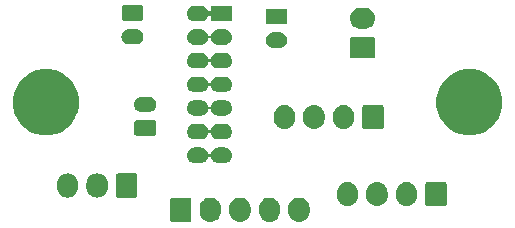
<source format=gts>
G04 #@! TF.GenerationSoftware,KiCad,Pcbnew,(5.1.2)-1*
G04 #@! TF.CreationDate,2020-09-10T07:29:52+09:00*
G04 #@! TF.ProjectId,Ai3MS_connector_board,4169334d-535f-4636-9f6e-6e6563746f72,rev?*
G04 #@! TF.SameCoordinates,PX7efb530PY7b459e0*
G04 #@! TF.FileFunction,Soldermask,Top*
G04 #@! TF.FilePolarity,Negative*
%FSLAX46Y46*%
G04 Gerber Fmt 4.6, Leading zero omitted, Abs format (unit mm)*
G04 Created by KiCad (PCBNEW (5.1.2)-1) date 2020-09-10 07:29:52*
%MOMM*%
%LPD*%
G04 APERTURE LIST*
%ADD10C,0.100000*%
G04 APERTURE END LIST*
D10*
G36*
X19726626Y3882963D02*
G01*
X19896465Y3831443D01*
X19896467Y3831442D01*
X20052989Y3747779D01*
X20190186Y3635186D01*
X20242032Y3572010D01*
X20302778Y3497991D01*
X20302779Y3497989D01*
X20361944Y3387301D01*
X20386443Y3341466D01*
X20437963Y3171627D01*
X20451000Y3039258D01*
X20451000Y2700743D01*
X20437963Y2568374D01*
X20386443Y2398534D01*
X20302778Y2242009D01*
X20273448Y2206271D01*
X20190186Y2104814D01*
X20095250Y2026903D01*
X20052991Y1992222D01*
X19896466Y1908557D01*
X19726627Y1857037D01*
X19550000Y1839641D01*
X19373374Y1857037D01*
X19203535Y1908557D01*
X19047010Y1992222D01*
X18909815Y2104815D01*
X18797222Y2242009D01*
X18713557Y2398534D01*
X18662037Y2568373D01*
X18649000Y2700742D01*
X18649000Y3039257D01*
X18662037Y3171626D01*
X18713557Y3341465D01*
X18797222Y3497990D01*
X18797223Y3497991D01*
X18909814Y3635186D01*
X19023559Y3728533D01*
X19047009Y3747778D01*
X19203534Y3831443D01*
X19373373Y3882963D01*
X19550000Y3900359D01*
X19726626Y3882963D01*
X19726626Y3882963D01*
G37*
G36*
X22226626Y3882963D02*
G01*
X22396465Y3831443D01*
X22396467Y3831442D01*
X22552989Y3747779D01*
X22690186Y3635186D01*
X22742032Y3572010D01*
X22802778Y3497991D01*
X22802779Y3497989D01*
X22861944Y3387301D01*
X22886443Y3341466D01*
X22937963Y3171627D01*
X22951000Y3039258D01*
X22951000Y2700743D01*
X22937963Y2568374D01*
X22886443Y2398534D01*
X22802778Y2242009D01*
X22773448Y2206271D01*
X22690186Y2104814D01*
X22595250Y2026903D01*
X22552991Y1992222D01*
X22396466Y1908557D01*
X22226627Y1857037D01*
X22050000Y1839641D01*
X21873374Y1857037D01*
X21703535Y1908557D01*
X21547010Y1992222D01*
X21409815Y2104815D01*
X21297222Y2242009D01*
X21213557Y2398534D01*
X21162037Y2568373D01*
X21149000Y2700742D01*
X21149000Y3039257D01*
X21162037Y3171626D01*
X21213557Y3341465D01*
X21297222Y3497990D01*
X21297223Y3497991D01*
X21409814Y3635186D01*
X21523559Y3728533D01*
X21547009Y3747778D01*
X21703534Y3831443D01*
X21873373Y3882963D01*
X22050000Y3900359D01*
X22226626Y3882963D01*
X22226626Y3882963D01*
G37*
G36*
X27226626Y3882963D02*
G01*
X27396465Y3831443D01*
X27396467Y3831442D01*
X27552989Y3747779D01*
X27690186Y3635186D01*
X27742032Y3572010D01*
X27802778Y3497991D01*
X27802779Y3497989D01*
X27861944Y3387301D01*
X27886443Y3341466D01*
X27937963Y3171627D01*
X27951000Y3039258D01*
X27951000Y2700743D01*
X27937963Y2568374D01*
X27886443Y2398534D01*
X27802778Y2242009D01*
X27773448Y2206271D01*
X27690186Y2104814D01*
X27595250Y2026903D01*
X27552991Y1992222D01*
X27396466Y1908557D01*
X27226627Y1857037D01*
X27050000Y1839641D01*
X26873374Y1857037D01*
X26703535Y1908557D01*
X26547010Y1992222D01*
X26409815Y2104815D01*
X26297222Y2242009D01*
X26213557Y2398534D01*
X26162037Y2568373D01*
X26149000Y2700742D01*
X26149000Y3039257D01*
X26162037Y3171626D01*
X26213557Y3341465D01*
X26297222Y3497990D01*
X26297223Y3497991D01*
X26409814Y3635186D01*
X26523559Y3728533D01*
X26547009Y3747778D01*
X26703534Y3831443D01*
X26873373Y3882963D01*
X27050000Y3900359D01*
X27226626Y3882963D01*
X27226626Y3882963D01*
G37*
G36*
X24726626Y3882963D02*
G01*
X24896465Y3831443D01*
X24896467Y3831442D01*
X25052989Y3747779D01*
X25190186Y3635186D01*
X25242032Y3572010D01*
X25302778Y3497991D01*
X25302779Y3497989D01*
X25361944Y3387301D01*
X25386443Y3341466D01*
X25437963Y3171627D01*
X25451000Y3039258D01*
X25451000Y2700743D01*
X25437963Y2568374D01*
X25386443Y2398534D01*
X25302778Y2242009D01*
X25273448Y2206271D01*
X25190186Y2104814D01*
X25095250Y2026903D01*
X25052991Y1992222D01*
X24896466Y1908557D01*
X24726627Y1857037D01*
X24550000Y1839641D01*
X24373374Y1857037D01*
X24203535Y1908557D01*
X24047010Y1992222D01*
X23909815Y2104815D01*
X23797222Y2242009D01*
X23713557Y2398534D01*
X23662037Y2568373D01*
X23649000Y2700742D01*
X23649000Y3039257D01*
X23662037Y3171626D01*
X23713557Y3341465D01*
X23797222Y3497990D01*
X23797223Y3497991D01*
X23909814Y3635186D01*
X24023559Y3728533D01*
X24047009Y3747778D01*
X24203534Y3831443D01*
X24373373Y3882963D01*
X24550000Y3900359D01*
X24726626Y3882963D01*
X24726626Y3882963D01*
G37*
G36*
X17808600Y3892011D02*
G01*
X17841652Y3881985D01*
X17872103Y3865708D01*
X17898799Y3843799D01*
X17920708Y3817103D01*
X17936985Y3786652D01*
X17947011Y3753600D01*
X17951000Y3713097D01*
X17951000Y2026903D01*
X17947011Y1986400D01*
X17936985Y1953348D01*
X17920708Y1922897D01*
X17898799Y1896201D01*
X17872103Y1874292D01*
X17841652Y1858015D01*
X17808600Y1847989D01*
X17768097Y1844000D01*
X16331903Y1844000D01*
X16291400Y1847989D01*
X16258348Y1858015D01*
X16227897Y1874292D01*
X16201201Y1896201D01*
X16179292Y1922897D01*
X16163015Y1953348D01*
X16152989Y1986400D01*
X16149000Y2026903D01*
X16149000Y3713097D01*
X16152989Y3753600D01*
X16163015Y3786652D01*
X16179292Y3817103D01*
X16201201Y3843799D01*
X16227897Y3865708D01*
X16258348Y3881985D01*
X16291400Y3892011D01*
X16331903Y3896000D01*
X17768097Y3896000D01*
X17808600Y3892011D01*
X17808600Y3892011D01*
G37*
G36*
X36331627Y5212963D02*
G01*
X36501466Y5161443D01*
X36657991Y5077778D01*
X36693729Y5048448D01*
X36795186Y4965186D01*
X36878448Y4863729D01*
X36907778Y4827991D01*
X36991443Y4671466D01*
X37042963Y4501626D01*
X37042963Y4501624D01*
X37056000Y4369259D01*
X37056000Y4030740D01*
X37050795Y3977897D01*
X37042963Y3898373D01*
X36992619Y3732411D01*
X36991442Y3728532D01*
X36949611Y3650272D01*
X36907778Y3572009D01*
X36878448Y3536271D01*
X36795186Y3434814D01*
X36657989Y3322221D01*
X36501467Y3238558D01*
X36501465Y3238557D01*
X36331626Y3187037D01*
X36155000Y3169641D01*
X35978373Y3187037D01*
X35808534Y3238557D01*
X35652009Y3322222D01*
X35609750Y3356903D01*
X35514814Y3434814D01*
X35402221Y3572011D01*
X35318558Y3728533D01*
X35318557Y3728535D01*
X35267037Y3898374D01*
X35254000Y4030743D01*
X35254000Y4369258D01*
X35267037Y4501627D01*
X35318557Y4671466D01*
X35402222Y4827991D01*
X35514815Y4965185D01*
X35652010Y5077778D01*
X35808535Y5161443D01*
X35978374Y5212963D01*
X36155000Y5230359D01*
X36331627Y5212963D01*
X36331627Y5212963D01*
G37*
G36*
X33831627Y5212963D02*
G01*
X34001466Y5161443D01*
X34157991Y5077778D01*
X34193729Y5048448D01*
X34295186Y4965186D01*
X34378448Y4863729D01*
X34407778Y4827991D01*
X34491443Y4671466D01*
X34542963Y4501626D01*
X34542963Y4501624D01*
X34556000Y4369259D01*
X34556000Y4030740D01*
X34550795Y3977897D01*
X34542963Y3898373D01*
X34492619Y3732411D01*
X34491442Y3728532D01*
X34449611Y3650272D01*
X34407778Y3572009D01*
X34378448Y3536271D01*
X34295186Y3434814D01*
X34157989Y3322221D01*
X34001467Y3238558D01*
X34001465Y3238557D01*
X33831626Y3187037D01*
X33655000Y3169641D01*
X33478373Y3187037D01*
X33308534Y3238557D01*
X33152009Y3322222D01*
X33109750Y3356903D01*
X33014814Y3434814D01*
X32902221Y3572011D01*
X32818558Y3728533D01*
X32818557Y3728535D01*
X32767037Y3898374D01*
X32754000Y4030743D01*
X32754000Y4369258D01*
X32767037Y4501627D01*
X32818557Y4671466D01*
X32902222Y4827991D01*
X33014815Y4965185D01*
X33152010Y5077778D01*
X33308535Y5161443D01*
X33478374Y5212963D01*
X33655000Y5230359D01*
X33831627Y5212963D01*
X33831627Y5212963D01*
G37*
G36*
X31331627Y5212963D02*
G01*
X31501466Y5161443D01*
X31657991Y5077778D01*
X31693729Y5048448D01*
X31795186Y4965186D01*
X31878448Y4863729D01*
X31907778Y4827991D01*
X31991443Y4671466D01*
X32042963Y4501626D01*
X32042963Y4501624D01*
X32056000Y4369259D01*
X32056000Y4030740D01*
X32050795Y3977897D01*
X32042963Y3898373D01*
X31992619Y3732411D01*
X31991442Y3728532D01*
X31949611Y3650272D01*
X31907778Y3572009D01*
X31878448Y3536271D01*
X31795186Y3434814D01*
X31657989Y3322221D01*
X31501467Y3238558D01*
X31501465Y3238557D01*
X31331626Y3187037D01*
X31155000Y3169641D01*
X30978373Y3187037D01*
X30808534Y3238557D01*
X30652009Y3322222D01*
X30609750Y3356903D01*
X30514814Y3434814D01*
X30402221Y3572011D01*
X30318558Y3728533D01*
X30318557Y3728535D01*
X30267037Y3898374D01*
X30254000Y4030743D01*
X30254000Y4369258D01*
X30267037Y4501627D01*
X30318557Y4671466D01*
X30402222Y4827991D01*
X30514815Y4965185D01*
X30652010Y5077778D01*
X30808535Y5161443D01*
X30978374Y5212963D01*
X31155000Y5230359D01*
X31331627Y5212963D01*
X31331627Y5212963D01*
G37*
G36*
X39413600Y5222011D02*
G01*
X39446652Y5211985D01*
X39477103Y5195708D01*
X39503799Y5173799D01*
X39525708Y5147103D01*
X39541985Y5116652D01*
X39552011Y5083600D01*
X39556000Y5043097D01*
X39556000Y3356903D01*
X39552011Y3316400D01*
X39541985Y3283348D01*
X39525708Y3252897D01*
X39503799Y3226201D01*
X39477103Y3204292D01*
X39446652Y3188015D01*
X39413600Y3177989D01*
X39373097Y3174000D01*
X37936903Y3174000D01*
X37896400Y3177989D01*
X37863348Y3188015D01*
X37832897Y3204292D01*
X37806201Y3226201D01*
X37784292Y3252897D01*
X37768015Y3283348D01*
X37757989Y3316400D01*
X37754000Y3356903D01*
X37754000Y5043097D01*
X37757989Y5083600D01*
X37768015Y5116652D01*
X37784292Y5147103D01*
X37806201Y5173799D01*
X37832897Y5195708D01*
X37863348Y5211985D01*
X37896400Y5222011D01*
X37936903Y5226000D01*
X39373097Y5226000D01*
X39413600Y5222011D01*
X39413600Y5222011D01*
G37*
G36*
X10131627Y5937963D02*
G01*
X10301466Y5886443D01*
X10457991Y5802778D01*
X10493729Y5773448D01*
X10595186Y5690186D01*
X10678448Y5588729D01*
X10707778Y5552991D01*
X10791443Y5396466D01*
X10842963Y5226626D01*
X10856000Y5094257D01*
X10856000Y4755742D01*
X10842963Y4623373D01*
X10791443Y4453534D01*
X10707778Y4297009D01*
X10678448Y4261271D01*
X10595186Y4159814D01*
X10457989Y4047221D01*
X10301467Y3963558D01*
X10301465Y3963557D01*
X10131626Y3912037D01*
X9955000Y3894641D01*
X9778373Y3912037D01*
X9608534Y3963557D01*
X9452009Y4047222D01*
X9409750Y4081903D01*
X9314814Y4159814D01*
X9202221Y4297011D01*
X9118558Y4453533D01*
X9118557Y4453535D01*
X9067037Y4623374D01*
X9054000Y4755743D01*
X9054000Y5094258D01*
X9056206Y5116652D01*
X9066474Y5220908D01*
X9067037Y5226627D01*
X9118557Y5396466D01*
X9202222Y5552991D01*
X9314815Y5690185D01*
X9452010Y5802778D01*
X9608535Y5886443D01*
X9778374Y5937963D01*
X9955000Y5955359D01*
X10131627Y5937963D01*
X10131627Y5937963D01*
G37*
G36*
X7631627Y5937963D02*
G01*
X7801466Y5886443D01*
X7957991Y5802778D01*
X7993729Y5773448D01*
X8095186Y5690186D01*
X8178448Y5588729D01*
X8207778Y5552991D01*
X8291443Y5396466D01*
X8342963Y5226626D01*
X8356000Y5094257D01*
X8356000Y4755742D01*
X8342963Y4623373D01*
X8291443Y4453534D01*
X8207778Y4297009D01*
X8178448Y4261271D01*
X8095186Y4159814D01*
X7957989Y4047221D01*
X7801467Y3963558D01*
X7801465Y3963557D01*
X7631626Y3912037D01*
X7455000Y3894641D01*
X7278373Y3912037D01*
X7108534Y3963557D01*
X6952009Y4047222D01*
X6909750Y4081903D01*
X6814814Y4159814D01*
X6702221Y4297011D01*
X6618558Y4453533D01*
X6618557Y4453535D01*
X6567037Y4623374D01*
X6554000Y4755743D01*
X6554000Y5094258D01*
X6556206Y5116652D01*
X6566474Y5220908D01*
X6567037Y5226627D01*
X6618557Y5396466D01*
X6702222Y5552991D01*
X6814815Y5690185D01*
X6952010Y5802778D01*
X7108535Y5886443D01*
X7278374Y5937963D01*
X7455000Y5955359D01*
X7631627Y5937963D01*
X7631627Y5937963D01*
G37*
G36*
X13213600Y5947011D02*
G01*
X13246652Y5936985D01*
X13277103Y5920708D01*
X13303799Y5898799D01*
X13325708Y5872103D01*
X13341985Y5841652D01*
X13352011Y5808600D01*
X13356000Y5768097D01*
X13356000Y4081903D01*
X13352011Y4041400D01*
X13341985Y4008348D01*
X13325708Y3977897D01*
X13303799Y3951201D01*
X13277103Y3929292D01*
X13246652Y3913015D01*
X13213600Y3902989D01*
X13173097Y3899000D01*
X11736903Y3899000D01*
X11696400Y3902989D01*
X11663348Y3913015D01*
X11632897Y3929292D01*
X11606201Y3951201D01*
X11584292Y3977897D01*
X11568015Y4008348D01*
X11557989Y4041400D01*
X11554000Y4081903D01*
X11554000Y5768097D01*
X11557989Y5808600D01*
X11568015Y5841652D01*
X11584292Y5872103D01*
X11606201Y5898799D01*
X11632897Y5920708D01*
X11663348Y5936985D01*
X11696400Y5947011D01*
X11736903Y5951000D01*
X13173097Y5951000D01*
X13213600Y5947011D01*
X13213600Y5947011D01*
G37*
G36*
X18793855Y8147860D02*
G01*
X18857618Y8141580D01*
X18948404Y8114040D01*
X18980336Y8104354D01*
X19093425Y8043906D01*
X19192554Y7962554D01*
X19273906Y7863425D01*
X19334354Y7750336D01*
X19360383Y7664528D01*
X19369761Y7641889D01*
X19383374Y7621515D01*
X19400701Y7604188D01*
X19421075Y7590574D01*
X19443714Y7581197D01*
X19467748Y7576416D01*
X19492252Y7576416D01*
X19516285Y7581196D01*
X19538924Y7590574D01*
X19559298Y7604187D01*
X19576625Y7621514D01*
X19590239Y7641888D01*
X19599617Y7664528D01*
X19625646Y7750336D01*
X19686094Y7863425D01*
X19767446Y7962554D01*
X19866575Y8043906D01*
X19979664Y8104354D01*
X20011596Y8114040D01*
X20102382Y8141580D01*
X20166145Y8147860D01*
X20198026Y8151000D01*
X20761974Y8151000D01*
X20793855Y8147860D01*
X20857618Y8141580D01*
X20948404Y8114040D01*
X20980336Y8104354D01*
X21093425Y8043906D01*
X21192554Y7962554D01*
X21273906Y7863425D01*
X21334354Y7750336D01*
X21334355Y7750332D01*
X21371580Y7627618D01*
X21384149Y7500000D01*
X21371580Y7372382D01*
X21360383Y7335472D01*
X21334354Y7249664D01*
X21273906Y7136575D01*
X21192554Y7037446D01*
X21093425Y6956094D01*
X20980336Y6895646D01*
X20948404Y6885960D01*
X20857618Y6858420D01*
X20793855Y6852140D01*
X20761974Y6849000D01*
X20198026Y6849000D01*
X20166145Y6852140D01*
X20102382Y6858420D01*
X20011596Y6885960D01*
X19979664Y6895646D01*
X19866575Y6956094D01*
X19767446Y7037446D01*
X19686094Y7136575D01*
X19625646Y7249664D01*
X19599617Y7335472D01*
X19590239Y7358111D01*
X19576626Y7378485D01*
X19559299Y7395812D01*
X19538925Y7409426D01*
X19516286Y7418803D01*
X19492252Y7423584D01*
X19467748Y7423584D01*
X19443715Y7418804D01*
X19421076Y7409426D01*
X19400702Y7395813D01*
X19383375Y7378486D01*
X19369761Y7358112D01*
X19360383Y7335472D01*
X19334354Y7249664D01*
X19273906Y7136575D01*
X19192554Y7037446D01*
X19093425Y6956094D01*
X18980336Y6895646D01*
X18948404Y6885960D01*
X18857618Y6858420D01*
X18793855Y6852140D01*
X18761974Y6849000D01*
X18198026Y6849000D01*
X18166145Y6852140D01*
X18102382Y6858420D01*
X18011596Y6885960D01*
X17979664Y6895646D01*
X17866575Y6956094D01*
X17767446Y7037446D01*
X17686094Y7136575D01*
X17625646Y7249664D01*
X17599617Y7335472D01*
X17588420Y7372382D01*
X17575851Y7500000D01*
X17588420Y7627618D01*
X17625645Y7750332D01*
X17625646Y7750336D01*
X17686094Y7863425D01*
X17767446Y7962554D01*
X17866575Y8043906D01*
X17979664Y8104354D01*
X18011596Y8114040D01*
X18102382Y8141580D01*
X18166145Y8147860D01*
X18198026Y8151000D01*
X18761974Y8151000D01*
X18793855Y8147860D01*
X18793855Y8147860D01*
G37*
G36*
X18793855Y10147860D02*
G01*
X18857618Y10141580D01*
X18948404Y10114040D01*
X18980336Y10104354D01*
X19093425Y10043906D01*
X19192554Y9962554D01*
X19273906Y9863425D01*
X19334354Y9750336D01*
X19360383Y9664528D01*
X19369761Y9641889D01*
X19383374Y9621515D01*
X19400701Y9604188D01*
X19421075Y9590574D01*
X19443714Y9581197D01*
X19467748Y9576416D01*
X19492252Y9576416D01*
X19516285Y9581196D01*
X19538924Y9590574D01*
X19559298Y9604187D01*
X19576625Y9621514D01*
X19590239Y9641888D01*
X19599617Y9664528D01*
X19625646Y9750336D01*
X19686094Y9863425D01*
X19767446Y9962554D01*
X19866575Y10043906D01*
X19979664Y10104354D01*
X20011596Y10114040D01*
X20102382Y10141580D01*
X20166145Y10147860D01*
X20198026Y10151000D01*
X20761974Y10151000D01*
X20793855Y10147860D01*
X20857618Y10141580D01*
X20948404Y10114040D01*
X20980336Y10104354D01*
X21093425Y10043906D01*
X21192554Y9962554D01*
X21273906Y9863425D01*
X21334354Y9750336D01*
X21334355Y9750332D01*
X21371580Y9627618D01*
X21384149Y9500000D01*
X21371580Y9372382D01*
X21365844Y9353474D01*
X21334354Y9249664D01*
X21273906Y9136575D01*
X21192554Y9037446D01*
X21093425Y8956094D01*
X20980336Y8895646D01*
X20948404Y8885960D01*
X20857618Y8858420D01*
X20793855Y8852140D01*
X20761974Y8849000D01*
X20198026Y8849000D01*
X20166145Y8852140D01*
X20102382Y8858420D01*
X20011596Y8885960D01*
X19979664Y8895646D01*
X19866575Y8956094D01*
X19767446Y9037446D01*
X19686094Y9136575D01*
X19625646Y9249664D01*
X19599617Y9335472D01*
X19590239Y9358111D01*
X19576626Y9378485D01*
X19559299Y9395812D01*
X19538925Y9409426D01*
X19516286Y9418803D01*
X19492252Y9423584D01*
X19467748Y9423584D01*
X19443715Y9418804D01*
X19421076Y9409426D01*
X19400702Y9395813D01*
X19383375Y9378486D01*
X19369761Y9358112D01*
X19360383Y9335472D01*
X19334354Y9249664D01*
X19273906Y9136575D01*
X19192554Y9037446D01*
X19093425Y8956094D01*
X18980336Y8895646D01*
X18948404Y8885960D01*
X18857618Y8858420D01*
X18793855Y8852140D01*
X18761974Y8849000D01*
X18198026Y8849000D01*
X18166145Y8852140D01*
X18102382Y8858420D01*
X18011596Y8885960D01*
X17979664Y8895646D01*
X17866575Y8956094D01*
X17767446Y9037446D01*
X17686094Y9136575D01*
X17625646Y9249664D01*
X17594156Y9353474D01*
X17588420Y9372382D01*
X17575851Y9500000D01*
X17588420Y9627618D01*
X17625645Y9750332D01*
X17625646Y9750336D01*
X17686094Y9863425D01*
X17767446Y9962554D01*
X17866575Y10043906D01*
X17979664Y10104354D01*
X18011596Y10114040D01*
X18102382Y10141580D01*
X18166145Y10147860D01*
X18198026Y10151000D01*
X18761974Y10151000D01*
X18793855Y10147860D01*
X18793855Y10147860D01*
G37*
G36*
X14796242Y10446596D02*
G01*
X14833337Y10435343D01*
X14867515Y10417075D01*
X14897481Y10392481D01*
X14922075Y10362515D01*
X14940343Y10328337D01*
X14951596Y10291242D01*
X14956000Y10246526D01*
X14956000Y9353474D01*
X14951596Y9308758D01*
X14940343Y9271663D01*
X14922075Y9237485D01*
X14897481Y9207519D01*
X14867515Y9182925D01*
X14833337Y9164657D01*
X14796242Y9153404D01*
X14751526Y9149000D01*
X13308474Y9149000D01*
X13263758Y9153404D01*
X13226663Y9164657D01*
X13192485Y9182925D01*
X13162519Y9207519D01*
X13137925Y9237485D01*
X13119657Y9271663D01*
X13108404Y9308758D01*
X13104000Y9353474D01*
X13104000Y10246526D01*
X13108404Y10291242D01*
X13119657Y10328337D01*
X13137925Y10362515D01*
X13162519Y10392481D01*
X13192485Y10417075D01*
X13226663Y10435343D01*
X13263758Y10446596D01*
X13308474Y10451000D01*
X14751526Y10451000D01*
X14796242Y10446596D01*
X14796242Y10446596D01*
G37*
G36*
X6447021Y14668360D02*
G01*
X6956769Y14457215D01*
X6956771Y14457214D01*
X7415534Y14150679D01*
X7805679Y13760534D01*
X8112214Y13301771D01*
X8112215Y13301769D01*
X8323360Y12792021D01*
X8431000Y12250876D01*
X8431000Y11699124D01*
X8323360Y11157979D01*
X8214698Y10895646D01*
X8112214Y10648229D01*
X7805679Y10189466D01*
X7415534Y9799321D01*
X6956771Y9492786D01*
X6956770Y9492785D01*
X6956769Y9492785D01*
X6447021Y9281640D01*
X5905876Y9174000D01*
X5354124Y9174000D01*
X4812979Y9281640D01*
X4303231Y9492785D01*
X4303230Y9492785D01*
X4303229Y9492786D01*
X3844466Y9799321D01*
X3454321Y10189466D01*
X3147786Y10648229D01*
X3045302Y10895646D01*
X2936640Y11157979D01*
X2829000Y11699124D01*
X2829000Y12250876D01*
X2936640Y12792021D01*
X3147785Y13301769D01*
X3147786Y13301771D01*
X3454321Y13760534D01*
X3844466Y14150679D01*
X4303229Y14457214D01*
X4303231Y14457215D01*
X4812979Y14668360D01*
X5354124Y14776000D01*
X5905876Y14776000D01*
X6447021Y14668360D01*
X6447021Y14668360D01*
G37*
G36*
X42297021Y14668360D02*
G01*
X42806769Y14457215D01*
X42806771Y14457214D01*
X43265534Y14150679D01*
X43655679Y13760534D01*
X43962214Y13301771D01*
X43962215Y13301769D01*
X44173360Y12792021D01*
X44281000Y12250876D01*
X44281000Y11699124D01*
X44173360Y11157979D01*
X44064698Y10895646D01*
X43962214Y10648229D01*
X43655679Y10189466D01*
X43265534Y9799321D01*
X42806771Y9492786D01*
X42806770Y9492785D01*
X42806769Y9492785D01*
X42297021Y9281640D01*
X41755876Y9174000D01*
X41204124Y9174000D01*
X40662979Y9281640D01*
X40153231Y9492785D01*
X40153230Y9492785D01*
X40153229Y9492786D01*
X39694466Y9799321D01*
X39304321Y10189466D01*
X38997786Y10648229D01*
X38895302Y10895646D01*
X38786640Y11157979D01*
X38679000Y11699124D01*
X38679000Y12250876D01*
X38786640Y12792021D01*
X38997785Y13301769D01*
X38997786Y13301771D01*
X39304321Y13760534D01*
X39694466Y14150679D01*
X40153229Y14457214D01*
X40153231Y14457215D01*
X40662979Y14668360D01*
X41204124Y14776000D01*
X41755876Y14776000D01*
X42297021Y14668360D01*
X42297021Y14668360D01*
G37*
G36*
X28496627Y11742963D02*
G01*
X28666466Y11691443D01*
X28822991Y11607778D01*
X28843954Y11590574D01*
X28960186Y11495186D01*
X29018947Y11423584D01*
X29072778Y11357991D01*
X29156443Y11201466D01*
X29207963Y11031626D01*
X29221000Y10899257D01*
X29221000Y10560742D01*
X29207963Y10428373D01*
X29156443Y10258534D01*
X29072778Y10102009D01*
X29043448Y10066271D01*
X28960186Y9964814D01*
X28822989Y9852221D01*
X28666467Y9768558D01*
X28666465Y9768557D01*
X28496626Y9717037D01*
X28320000Y9699641D01*
X28143373Y9717037D01*
X27973534Y9768557D01*
X27817009Y9852222D01*
X27774750Y9886903D01*
X27679814Y9964814D01*
X27567221Y10102011D01*
X27483558Y10258533D01*
X27475968Y10283553D01*
X27432037Y10428374D01*
X27419000Y10560743D01*
X27419000Y10899258D01*
X27432037Y11031627D01*
X27483557Y11201466D01*
X27567222Y11357991D01*
X27679815Y11495185D01*
X27817010Y11607778D01*
X27973535Y11691443D01*
X28143374Y11742963D01*
X28320000Y11760359D01*
X28496627Y11742963D01*
X28496627Y11742963D01*
G37*
G36*
X25996627Y11742963D02*
G01*
X26166466Y11691443D01*
X26322991Y11607778D01*
X26343954Y11590574D01*
X26460186Y11495186D01*
X26518947Y11423584D01*
X26572778Y11357991D01*
X26656443Y11201466D01*
X26707963Y11031626D01*
X26721000Y10899257D01*
X26721000Y10560742D01*
X26707963Y10428373D01*
X26656443Y10258534D01*
X26572778Y10102009D01*
X26543448Y10066271D01*
X26460186Y9964814D01*
X26322989Y9852221D01*
X26166467Y9768558D01*
X26166465Y9768557D01*
X25996626Y9717037D01*
X25820000Y9699641D01*
X25643373Y9717037D01*
X25473534Y9768557D01*
X25317009Y9852222D01*
X25274750Y9886903D01*
X25179814Y9964814D01*
X25067221Y10102011D01*
X24983558Y10258533D01*
X24975968Y10283553D01*
X24932037Y10428374D01*
X24919000Y10560743D01*
X24919000Y10899258D01*
X24932037Y11031627D01*
X24983557Y11201466D01*
X25067222Y11357991D01*
X25179815Y11495185D01*
X25317010Y11607778D01*
X25473535Y11691443D01*
X25643374Y11742963D01*
X25820000Y11760359D01*
X25996627Y11742963D01*
X25996627Y11742963D01*
G37*
G36*
X30996627Y11742963D02*
G01*
X31166466Y11691443D01*
X31322991Y11607778D01*
X31343954Y11590574D01*
X31460186Y11495186D01*
X31518947Y11423584D01*
X31572778Y11357991D01*
X31656443Y11201466D01*
X31707963Y11031626D01*
X31721000Y10899257D01*
X31721000Y10560742D01*
X31707963Y10428373D01*
X31656443Y10258534D01*
X31572778Y10102009D01*
X31543448Y10066271D01*
X31460186Y9964814D01*
X31322989Y9852221D01*
X31166467Y9768558D01*
X31166465Y9768557D01*
X30996626Y9717037D01*
X30820000Y9699641D01*
X30643373Y9717037D01*
X30473534Y9768557D01*
X30317009Y9852222D01*
X30274750Y9886903D01*
X30179814Y9964814D01*
X30067221Y10102011D01*
X29983558Y10258533D01*
X29975968Y10283553D01*
X29932037Y10428374D01*
X29919000Y10560743D01*
X29919000Y10899258D01*
X29932037Y11031627D01*
X29983557Y11201466D01*
X30067222Y11357991D01*
X30179815Y11495185D01*
X30317010Y11607778D01*
X30473535Y11691443D01*
X30643374Y11742963D01*
X30820000Y11760359D01*
X30996627Y11742963D01*
X30996627Y11742963D01*
G37*
G36*
X34078600Y11752011D02*
G01*
X34111652Y11741985D01*
X34142103Y11725708D01*
X34168799Y11703799D01*
X34190708Y11677103D01*
X34206985Y11646652D01*
X34217011Y11613600D01*
X34221000Y11573097D01*
X34221000Y9886903D01*
X34217011Y9846400D01*
X34206985Y9813348D01*
X34190708Y9782897D01*
X34168799Y9756201D01*
X34142103Y9734292D01*
X34111652Y9718015D01*
X34078600Y9707989D01*
X34038097Y9704000D01*
X32601903Y9704000D01*
X32561400Y9707989D01*
X32528348Y9718015D01*
X32497897Y9734292D01*
X32471201Y9756201D01*
X32449292Y9782897D01*
X32433015Y9813348D01*
X32422989Y9846400D01*
X32419000Y9886903D01*
X32419000Y11573097D01*
X32422989Y11613600D01*
X32433015Y11646652D01*
X32449292Y11677103D01*
X32471201Y11703799D01*
X32497897Y11725708D01*
X32528348Y11741985D01*
X32561400Y11752011D01*
X32601903Y11756000D01*
X34038097Y11756000D01*
X34078600Y11752011D01*
X34078600Y11752011D01*
G37*
G36*
X18793855Y12147860D02*
G01*
X18857618Y12141580D01*
X18948404Y12114040D01*
X18980336Y12104354D01*
X19093425Y12043906D01*
X19192554Y11962554D01*
X19273906Y11863425D01*
X19334354Y11750336D01*
X19336887Y11741985D01*
X19356569Y11677103D01*
X19360383Y11664528D01*
X19369761Y11641889D01*
X19383374Y11621515D01*
X19400701Y11604188D01*
X19421075Y11590574D01*
X19443714Y11581197D01*
X19467748Y11576416D01*
X19492252Y11576416D01*
X19516285Y11581196D01*
X19538924Y11590574D01*
X19559298Y11604187D01*
X19576625Y11621514D01*
X19590239Y11641888D01*
X19599617Y11664528D01*
X19603432Y11677103D01*
X19623113Y11741985D01*
X19625646Y11750336D01*
X19686094Y11863425D01*
X19767446Y11962554D01*
X19866575Y12043906D01*
X19979664Y12104354D01*
X20011596Y12114040D01*
X20102382Y12141580D01*
X20166145Y12147860D01*
X20198026Y12151000D01*
X20761974Y12151000D01*
X20793855Y12147860D01*
X20857618Y12141580D01*
X20948404Y12114040D01*
X20980336Y12104354D01*
X21093425Y12043906D01*
X21192554Y11962554D01*
X21273906Y11863425D01*
X21334354Y11750336D01*
X21336887Y11741985D01*
X21371580Y11627618D01*
X21384149Y11500000D01*
X21371580Y11372382D01*
X21360982Y11337446D01*
X21334354Y11249664D01*
X21273906Y11136575D01*
X21192554Y11037446D01*
X21093425Y10956094D01*
X20980336Y10895646D01*
X20948404Y10885960D01*
X20857618Y10858420D01*
X20793855Y10852140D01*
X20761974Y10849000D01*
X20198026Y10849000D01*
X20166145Y10852140D01*
X20102382Y10858420D01*
X20011596Y10885960D01*
X19979664Y10895646D01*
X19866575Y10956094D01*
X19767446Y11037446D01*
X19686094Y11136575D01*
X19625646Y11249664D01*
X19599617Y11335472D01*
X19590239Y11358111D01*
X19576626Y11378485D01*
X19559299Y11395812D01*
X19538925Y11409426D01*
X19516286Y11418803D01*
X19492252Y11423584D01*
X19467748Y11423584D01*
X19443715Y11418804D01*
X19421076Y11409426D01*
X19400702Y11395813D01*
X19383375Y11378486D01*
X19369761Y11358112D01*
X19360383Y11335472D01*
X19334354Y11249664D01*
X19273906Y11136575D01*
X19192554Y11037446D01*
X19093425Y10956094D01*
X18980336Y10895646D01*
X18948404Y10885960D01*
X18857618Y10858420D01*
X18793855Y10852140D01*
X18761974Y10849000D01*
X18198026Y10849000D01*
X18166145Y10852140D01*
X18102382Y10858420D01*
X18011596Y10885960D01*
X17979664Y10895646D01*
X17866575Y10956094D01*
X17767446Y11037446D01*
X17686094Y11136575D01*
X17625646Y11249664D01*
X17599018Y11337446D01*
X17588420Y11372382D01*
X17575851Y11500000D01*
X17588420Y11627618D01*
X17623113Y11741985D01*
X17625646Y11750336D01*
X17686094Y11863425D01*
X17767446Y11962554D01*
X17866575Y12043906D01*
X17979664Y12104354D01*
X18011596Y12114040D01*
X18102382Y12141580D01*
X18166145Y12147860D01*
X18198026Y12151000D01*
X18761974Y12151000D01*
X18793855Y12147860D01*
X18793855Y12147860D01*
G37*
G36*
X14368855Y12447860D02*
G01*
X14432618Y12441580D01*
X14523404Y12414040D01*
X14555336Y12404354D01*
X14668425Y12343906D01*
X14767554Y12262554D01*
X14848906Y12163425D01*
X14909354Y12050336D01*
X14909355Y12050332D01*
X14946580Y11927618D01*
X14959149Y11800000D01*
X14946580Y11672382D01*
X14925893Y11604187D01*
X14909354Y11549664D01*
X14848906Y11436575D01*
X14767554Y11337446D01*
X14668425Y11256094D01*
X14555336Y11195646D01*
X14523404Y11185960D01*
X14432618Y11158420D01*
X14368855Y11152140D01*
X14336974Y11149000D01*
X13723026Y11149000D01*
X13691145Y11152140D01*
X13627382Y11158420D01*
X13536596Y11185960D01*
X13504664Y11195646D01*
X13391575Y11256094D01*
X13292446Y11337446D01*
X13211094Y11436575D01*
X13150646Y11549664D01*
X13134107Y11604187D01*
X13113420Y11672382D01*
X13100851Y11800000D01*
X13113420Y11927618D01*
X13150645Y12050332D01*
X13150646Y12050336D01*
X13211094Y12163425D01*
X13292446Y12262554D01*
X13391575Y12343906D01*
X13504664Y12404354D01*
X13536596Y12414040D01*
X13627382Y12441580D01*
X13691145Y12447860D01*
X13723026Y12451000D01*
X14336974Y12451000D01*
X14368855Y12447860D01*
X14368855Y12447860D01*
G37*
G36*
X18793855Y14147860D02*
G01*
X18857618Y14141580D01*
X18948404Y14114040D01*
X18980336Y14104354D01*
X19093425Y14043906D01*
X19192554Y13962554D01*
X19273906Y13863425D01*
X19334354Y13750336D01*
X19360383Y13664528D01*
X19369761Y13641889D01*
X19383374Y13621515D01*
X19400701Y13604188D01*
X19421075Y13590574D01*
X19443714Y13581197D01*
X19467748Y13576416D01*
X19492252Y13576416D01*
X19516285Y13581196D01*
X19538924Y13590574D01*
X19559298Y13604187D01*
X19576625Y13621514D01*
X19590239Y13641888D01*
X19599617Y13664528D01*
X19625646Y13750336D01*
X19686094Y13863425D01*
X19767446Y13962554D01*
X19866575Y14043906D01*
X19979664Y14104354D01*
X20011596Y14114040D01*
X20102382Y14141580D01*
X20166145Y14147860D01*
X20198026Y14151000D01*
X20761974Y14151000D01*
X20793855Y14147860D01*
X20857618Y14141580D01*
X20948404Y14114040D01*
X20980336Y14104354D01*
X21093425Y14043906D01*
X21192554Y13962554D01*
X21273906Y13863425D01*
X21334354Y13750336D01*
X21334355Y13750332D01*
X21371580Y13627618D01*
X21384149Y13500000D01*
X21371580Y13372382D01*
X21360383Y13335472D01*
X21334354Y13249664D01*
X21273906Y13136575D01*
X21192554Y13037446D01*
X21093425Y12956094D01*
X20980336Y12895646D01*
X20948404Y12885960D01*
X20857618Y12858420D01*
X20793855Y12852140D01*
X20761974Y12849000D01*
X20198026Y12849000D01*
X20166145Y12852140D01*
X20102382Y12858420D01*
X20011596Y12885960D01*
X19979664Y12895646D01*
X19866575Y12956094D01*
X19767446Y13037446D01*
X19686094Y13136575D01*
X19625646Y13249664D01*
X19599617Y13335472D01*
X19590239Y13358111D01*
X19576626Y13378485D01*
X19559299Y13395812D01*
X19538925Y13409426D01*
X19516286Y13418803D01*
X19492252Y13423584D01*
X19467748Y13423584D01*
X19443715Y13418804D01*
X19421076Y13409426D01*
X19400702Y13395813D01*
X19383375Y13378486D01*
X19369761Y13358112D01*
X19360383Y13335472D01*
X19334354Y13249664D01*
X19273906Y13136575D01*
X19192554Y13037446D01*
X19093425Y12956094D01*
X18980336Y12895646D01*
X18948404Y12885960D01*
X18857618Y12858420D01*
X18793855Y12852140D01*
X18761974Y12849000D01*
X18198026Y12849000D01*
X18166145Y12852140D01*
X18102382Y12858420D01*
X18011596Y12885960D01*
X17979664Y12895646D01*
X17866575Y12956094D01*
X17767446Y13037446D01*
X17686094Y13136575D01*
X17625646Y13249664D01*
X17599617Y13335472D01*
X17588420Y13372382D01*
X17575851Y13500000D01*
X17588420Y13627618D01*
X17625645Y13750332D01*
X17625646Y13750336D01*
X17686094Y13863425D01*
X17767446Y13962554D01*
X17866575Y14043906D01*
X17979664Y14104354D01*
X18011596Y14114040D01*
X18102382Y14141580D01*
X18166145Y14147860D01*
X18198026Y14151000D01*
X18761974Y14151000D01*
X18793855Y14147860D01*
X18793855Y14147860D01*
G37*
G36*
X18793855Y16147860D02*
G01*
X18857618Y16141580D01*
X18948404Y16114040D01*
X18980336Y16104354D01*
X19093425Y16043906D01*
X19192554Y15962554D01*
X19273906Y15863425D01*
X19334354Y15750336D01*
X19360383Y15664528D01*
X19369761Y15641889D01*
X19383374Y15621515D01*
X19400701Y15604188D01*
X19421075Y15590574D01*
X19443714Y15581197D01*
X19467748Y15576416D01*
X19492252Y15576416D01*
X19516285Y15581196D01*
X19538924Y15590574D01*
X19559298Y15604187D01*
X19576625Y15621514D01*
X19590239Y15641888D01*
X19599617Y15664528D01*
X19625646Y15750336D01*
X19686094Y15863425D01*
X19767446Y15962554D01*
X19866575Y16043906D01*
X19979664Y16104354D01*
X20011596Y16114040D01*
X20102382Y16141580D01*
X20166145Y16147860D01*
X20198026Y16151000D01*
X20761974Y16151000D01*
X20793855Y16147860D01*
X20857618Y16141580D01*
X20948404Y16114040D01*
X20980336Y16104354D01*
X21093425Y16043906D01*
X21192554Y15962554D01*
X21273906Y15863425D01*
X21334354Y15750336D01*
X21334355Y15750332D01*
X21371580Y15627618D01*
X21384149Y15500000D01*
X21371580Y15372382D01*
X21360383Y15335472D01*
X21334354Y15249664D01*
X21273906Y15136575D01*
X21192554Y15037446D01*
X21093425Y14956094D01*
X20980336Y14895646D01*
X20948404Y14885960D01*
X20857618Y14858420D01*
X20793855Y14852140D01*
X20761974Y14849000D01*
X20198026Y14849000D01*
X20166145Y14852140D01*
X20102382Y14858420D01*
X20011596Y14885960D01*
X19979664Y14895646D01*
X19866575Y14956094D01*
X19767446Y15037446D01*
X19686094Y15136575D01*
X19625646Y15249664D01*
X19599617Y15335472D01*
X19590239Y15358111D01*
X19576626Y15378485D01*
X19559299Y15395812D01*
X19538925Y15409426D01*
X19516286Y15418803D01*
X19492252Y15423584D01*
X19467748Y15423584D01*
X19443715Y15418804D01*
X19421076Y15409426D01*
X19400702Y15395813D01*
X19383375Y15378486D01*
X19369761Y15358112D01*
X19360383Y15335472D01*
X19334354Y15249664D01*
X19273906Y15136575D01*
X19192554Y15037446D01*
X19093425Y14956094D01*
X18980336Y14895646D01*
X18948404Y14885960D01*
X18857618Y14858420D01*
X18793855Y14852140D01*
X18761974Y14849000D01*
X18198026Y14849000D01*
X18166145Y14852140D01*
X18102382Y14858420D01*
X18011596Y14885960D01*
X17979664Y14895646D01*
X17866575Y14956094D01*
X17767446Y15037446D01*
X17686094Y15136575D01*
X17625646Y15249664D01*
X17599617Y15335472D01*
X17588420Y15372382D01*
X17575851Y15500000D01*
X17588420Y15627618D01*
X17625645Y15750332D01*
X17625646Y15750336D01*
X17686094Y15863425D01*
X17767446Y15962554D01*
X17866575Y16043906D01*
X17979664Y16104354D01*
X18011596Y16114040D01*
X18102382Y16141580D01*
X18166145Y16147860D01*
X18198026Y16151000D01*
X18761974Y16151000D01*
X18793855Y16147860D01*
X18793855Y16147860D01*
G37*
G36*
X33338600Y17487011D02*
G01*
X33371652Y17476985D01*
X33402103Y17460708D01*
X33428799Y17438799D01*
X33450708Y17412103D01*
X33466985Y17381652D01*
X33477011Y17348600D01*
X33481000Y17308097D01*
X33481000Y15871903D01*
X33477011Y15831400D01*
X33466985Y15798348D01*
X33450708Y15767897D01*
X33428799Y15741201D01*
X33402103Y15719292D01*
X33371652Y15703015D01*
X33338600Y15692989D01*
X33298097Y15689000D01*
X31561903Y15689000D01*
X31521400Y15692989D01*
X31488348Y15703015D01*
X31457897Y15719292D01*
X31431201Y15741201D01*
X31409292Y15767897D01*
X31393015Y15798348D01*
X31382989Y15831400D01*
X31379000Y15871903D01*
X31379000Y17308097D01*
X31382989Y17348600D01*
X31393015Y17381652D01*
X31409292Y17412103D01*
X31431201Y17438799D01*
X31457897Y17460708D01*
X31488348Y17476985D01*
X31521400Y17487011D01*
X31561903Y17491000D01*
X33298097Y17491000D01*
X33338600Y17487011D01*
X33338600Y17487011D01*
G37*
G36*
X25483108Y17888426D02*
G01*
X25552618Y17881580D01*
X25643404Y17854040D01*
X25675336Y17844354D01*
X25788425Y17783906D01*
X25887554Y17702554D01*
X25968906Y17603425D01*
X26029354Y17490336D01*
X26038341Y17460708D01*
X26066580Y17367618D01*
X26079149Y17240000D01*
X26066580Y17112382D01*
X26051432Y17062447D01*
X26029354Y16989664D01*
X25968906Y16876575D01*
X25887554Y16777446D01*
X25788425Y16696094D01*
X25675336Y16635646D01*
X25643404Y16625960D01*
X25552618Y16598420D01*
X25488855Y16592140D01*
X25456974Y16589000D01*
X24843026Y16589000D01*
X24811145Y16592140D01*
X24747382Y16598420D01*
X24656596Y16625960D01*
X24624664Y16635646D01*
X24511575Y16696094D01*
X24412446Y16777446D01*
X24331094Y16876575D01*
X24270646Y16989664D01*
X24248568Y17062447D01*
X24233420Y17112382D01*
X24220851Y17240000D01*
X24233420Y17367618D01*
X24261659Y17460708D01*
X24270646Y17490336D01*
X24331094Y17603425D01*
X24412446Y17702554D01*
X24511575Y17783906D01*
X24624664Y17844354D01*
X24656596Y17854040D01*
X24747382Y17881580D01*
X24816892Y17888426D01*
X24843026Y17891000D01*
X25456974Y17891000D01*
X25483108Y17888426D01*
X25483108Y17888426D01*
G37*
G36*
X18793855Y18147860D02*
G01*
X18857618Y18141580D01*
X18948404Y18114040D01*
X18980336Y18104354D01*
X19093425Y18043906D01*
X19192554Y17962554D01*
X19273906Y17863425D01*
X19334354Y17750336D01*
X19334355Y17750332D01*
X19348849Y17702553D01*
X19360383Y17664528D01*
X19369761Y17641889D01*
X19383374Y17621515D01*
X19400701Y17604188D01*
X19421075Y17590574D01*
X19443714Y17581197D01*
X19467748Y17576416D01*
X19492252Y17576416D01*
X19516285Y17581196D01*
X19538924Y17590574D01*
X19559298Y17604187D01*
X19576625Y17621514D01*
X19590239Y17641888D01*
X19599617Y17664528D01*
X19611152Y17702553D01*
X19625645Y17750332D01*
X19625646Y17750336D01*
X19686094Y17863425D01*
X19767446Y17962554D01*
X19866575Y18043906D01*
X19979664Y18104354D01*
X20011596Y18114040D01*
X20102382Y18141580D01*
X20166145Y18147860D01*
X20198026Y18151000D01*
X20761974Y18151000D01*
X20793855Y18147860D01*
X20857618Y18141580D01*
X20948404Y18114040D01*
X20980336Y18104354D01*
X21093425Y18043906D01*
X21192554Y17962554D01*
X21273906Y17863425D01*
X21334354Y17750336D01*
X21334355Y17750332D01*
X21371580Y17627618D01*
X21384149Y17500000D01*
X21371580Y17372382D01*
X21360383Y17335472D01*
X21334354Y17249664D01*
X21273906Y17136575D01*
X21192554Y17037446D01*
X21093425Y16956094D01*
X20980336Y16895646D01*
X20948404Y16885960D01*
X20857618Y16858420D01*
X20793855Y16852140D01*
X20761974Y16849000D01*
X20198026Y16849000D01*
X20166145Y16852140D01*
X20102382Y16858420D01*
X20011596Y16885960D01*
X19979664Y16895646D01*
X19866575Y16956094D01*
X19767446Y17037446D01*
X19686094Y17136575D01*
X19625646Y17249664D01*
X19599617Y17335472D01*
X19590239Y17358111D01*
X19576626Y17378485D01*
X19559299Y17395812D01*
X19538925Y17409426D01*
X19516286Y17418803D01*
X19492252Y17423584D01*
X19467748Y17423584D01*
X19443715Y17418804D01*
X19421076Y17409426D01*
X19400702Y17395813D01*
X19383375Y17378486D01*
X19369761Y17358112D01*
X19360383Y17335472D01*
X19334354Y17249664D01*
X19273906Y17136575D01*
X19192554Y17037446D01*
X19093425Y16956094D01*
X18980336Y16895646D01*
X18948404Y16885960D01*
X18857618Y16858420D01*
X18793855Y16852140D01*
X18761974Y16849000D01*
X18198026Y16849000D01*
X18166145Y16852140D01*
X18102382Y16858420D01*
X18011596Y16885960D01*
X17979664Y16895646D01*
X17866575Y16956094D01*
X17767446Y17037446D01*
X17686094Y17136575D01*
X17625646Y17249664D01*
X17599617Y17335472D01*
X17588420Y17372382D01*
X17575851Y17500000D01*
X17588420Y17627618D01*
X17625645Y17750332D01*
X17625646Y17750336D01*
X17686094Y17863425D01*
X17767446Y17962554D01*
X17866575Y18043906D01*
X17979664Y18104354D01*
X18011596Y18114040D01*
X18102382Y18141580D01*
X18166145Y18147860D01*
X18198026Y18151000D01*
X18761974Y18151000D01*
X18793855Y18147860D01*
X18793855Y18147860D01*
G37*
G36*
X13293855Y18172860D02*
G01*
X13357618Y18166580D01*
X13440032Y18141580D01*
X13480336Y18129354D01*
X13593425Y18068906D01*
X13692554Y17987554D01*
X13773906Y17888425D01*
X13834354Y17775336D01*
X13841939Y17750332D01*
X13871580Y17652618D01*
X13884149Y17525000D01*
X13871580Y17397382D01*
X13859667Y17358111D01*
X13834354Y17274664D01*
X13773906Y17161575D01*
X13692554Y17062446D01*
X13593425Y16981094D01*
X13480336Y16920646D01*
X13448404Y16910960D01*
X13357618Y16883420D01*
X13293855Y16877140D01*
X13261974Y16874000D01*
X12648026Y16874000D01*
X12616145Y16877140D01*
X12552382Y16883420D01*
X12461596Y16910960D01*
X12429664Y16920646D01*
X12316575Y16981094D01*
X12217446Y17062446D01*
X12136094Y17161575D01*
X12075646Y17274664D01*
X12050333Y17358111D01*
X12038420Y17397382D01*
X12025851Y17525000D01*
X12038420Y17652618D01*
X12068061Y17750332D01*
X12075646Y17775336D01*
X12136094Y17888425D01*
X12217446Y17987554D01*
X12316575Y18068906D01*
X12429664Y18129354D01*
X12469968Y18141580D01*
X12552382Y18166580D01*
X12616145Y18172860D01*
X12648026Y18176000D01*
X13261974Y18176000D01*
X13293855Y18172860D01*
X13293855Y18172860D01*
G37*
G36*
X32690442Y19984482D02*
G01*
X32756627Y19977963D01*
X32926466Y19926443D01*
X33082991Y19842778D01*
X33118729Y19813448D01*
X33220186Y19730186D01*
X33272119Y19666904D01*
X33332778Y19592991D01*
X33416443Y19436466D01*
X33467963Y19266627D01*
X33485359Y19090000D01*
X33467963Y18913373D01*
X33416443Y18743534D01*
X33416442Y18743532D01*
X33398279Y18709551D01*
X33332778Y18587009D01*
X33303448Y18551271D01*
X33220186Y18449814D01*
X33118729Y18366552D01*
X33082991Y18337222D01*
X32926466Y18253557D01*
X32756627Y18202037D01*
X32690443Y18195519D01*
X32624260Y18189000D01*
X32235740Y18189000D01*
X32169557Y18195519D01*
X32103373Y18202037D01*
X31933534Y18253557D01*
X31777009Y18337222D01*
X31741271Y18366552D01*
X31639814Y18449814D01*
X31556552Y18551271D01*
X31527222Y18587009D01*
X31461721Y18709551D01*
X31443558Y18743532D01*
X31443557Y18743534D01*
X31392037Y18913373D01*
X31374641Y19090000D01*
X31392037Y19266627D01*
X31443557Y19436466D01*
X31527222Y19592991D01*
X31587881Y19666904D01*
X31639814Y19730186D01*
X31741271Y19813448D01*
X31777009Y19842778D01*
X31933534Y19926443D01*
X32103373Y19977963D01*
X32169558Y19984482D01*
X32235740Y19991000D01*
X32624260Y19991000D01*
X32690442Y19984482D01*
X32690442Y19984482D01*
G37*
G36*
X25916242Y19886596D02*
G01*
X25953337Y19875343D01*
X25987515Y19857075D01*
X26017481Y19832481D01*
X26042075Y19802515D01*
X26060343Y19768337D01*
X26071596Y19731242D01*
X26076000Y19686526D01*
X26076000Y18793474D01*
X26071596Y18748758D01*
X26060343Y18711663D01*
X26042075Y18677485D01*
X26017481Y18647519D01*
X25987515Y18622925D01*
X25953337Y18604657D01*
X25916242Y18593404D01*
X25871526Y18589000D01*
X24428474Y18589000D01*
X24383758Y18593404D01*
X24346663Y18604657D01*
X24312485Y18622925D01*
X24282519Y18647519D01*
X24257925Y18677485D01*
X24239657Y18711663D01*
X24228404Y18748758D01*
X24224000Y18793474D01*
X24224000Y19686526D01*
X24228404Y19731242D01*
X24239657Y19768337D01*
X24257925Y19802515D01*
X24282519Y19832481D01*
X24312485Y19857075D01*
X24346663Y19875343D01*
X24383758Y19886596D01*
X24428474Y19891000D01*
X25871526Y19891000D01*
X25916242Y19886596D01*
X25916242Y19886596D01*
G37*
G36*
X18793855Y20147860D02*
G01*
X18857618Y20141580D01*
X18948404Y20114040D01*
X18980336Y20104354D01*
X19093425Y20043906D01*
X19192554Y19962554D01*
X19273906Y19863425D01*
X19334354Y19750335D01*
X19334384Y19750237D01*
X19343761Y19727598D01*
X19357375Y19707224D01*
X19374701Y19689896D01*
X19395076Y19676282D01*
X19417714Y19666905D01*
X19441747Y19662124D01*
X19466252Y19662124D01*
X19490285Y19666904D01*
X19512924Y19676281D01*
X19533298Y19689895D01*
X19550626Y19707221D01*
X19564240Y19727596D01*
X19573617Y19750234D01*
X19578398Y19774267D01*
X19579000Y19786521D01*
X19579000Y20151000D01*
X21381000Y20151000D01*
X21381000Y18849000D01*
X19579000Y18849000D01*
X19579000Y19213479D01*
X19576598Y19237865D01*
X19569485Y19261314D01*
X19557934Y19282925D01*
X19542389Y19301867D01*
X19523447Y19317412D01*
X19501836Y19328963D01*
X19478387Y19336076D01*
X19454001Y19338478D01*
X19429615Y19336076D01*
X19406166Y19328963D01*
X19384555Y19317412D01*
X19365613Y19301867D01*
X19350068Y19282925D01*
X19338517Y19261314D01*
X19334384Y19249763D01*
X19334354Y19249665D01*
X19273906Y19136575D01*
X19192554Y19037446D01*
X19093425Y18956094D01*
X18980336Y18895646D01*
X18948404Y18885960D01*
X18857618Y18858420D01*
X18793855Y18852140D01*
X18761974Y18849000D01*
X18198026Y18849000D01*
X18166145Y18852140D01*
X18102382Y18858420D01*
X18011596Y18885960D01*
X17979664Y18895646D01*
X17866575Y18956094D01*
X17767446Y19037446D01*
X17686094Y19136575D01*
X17625646Y19249664D01*
X17601591Y19328963D01*
X17588420Y19372382D01*
X17575851Y19500000D01*
X17588420Y19627618D01*
X17625645Y19750332D01*
X17625646Y19750336D01*
X17686094Y19863425D01*
X17767446Y19962554D01*
X17866575Y20043906D01*
X17979664Y20104354D01*
X18011596Y20114040D01*
X18102382Y20141580D01*
X18166145Y20147860D01*
X18198026Y20151000D01*
X18761974Y20151000D01*
X18793855Y20147860D01*
X18793855Y20147860D01*
G37*
G36*
X13721242Y20171596D02*
G01*
X13758337Y20160343D01*
X13792515Y20142075D01*
X13822481Y20117481D01*
X13847075Y20087515D01*
X13865343Y20053337D01*
X13876596Y20016242D01*
X13881000Y19971526D01*
X13881000Y19078474D01*
X13876596Y19033758D01*
X13865343Y18996663D01*
X13847075Y18962485D01*
X13822481Y18932519D01*
X13792515Y18907925D01*
X13758337Y18889657D01*
X13721242Y18878404D01*
X13676526Y18874000D01*
X12233474Y18874000D01*
X12188758Y18878404D01*
X12151663Y18889657D01*
X12117485Y18907925D01*
X12087519Y18932519D01*
X12062925Y18962485D01*
X12044657Y18996663D01*
X12033404Y19033758D01*
X12029000Y19078474D01*
X12029000Y19971526D01*
X12033404Y20016242D01*
X12044657Y20053337D01*
X12062925Y20087515D01*
X12087519Y20117481D01*
X12117485Y20142075D01*
X12151663Y20160343D01*
X12188758Y20171596D01*
X12233474Y20176000D01*
X13676526Y20176000D01*
X13721242Y20171596D01*
X13721242Y20171596D01*
G37*
M02*

</source>
